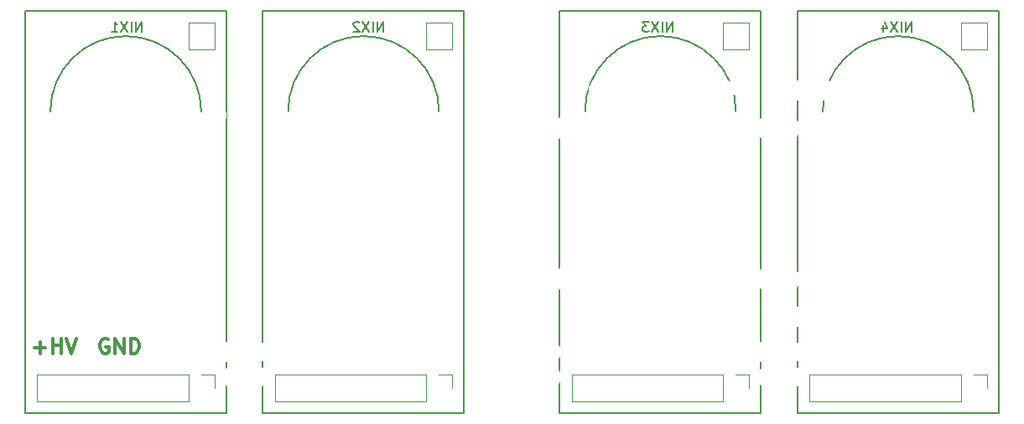
<source format=gbo>
G04 #@! TF.GenerationSoftware,KiCad,Pcbnew,(5.0.2)-1*
G04 #@! TF.CreationDate,2019-01-14T22:25:42+09:00*
G04 #@! TF.ProjectId,Nixie_Module_BaseBoard,4e697869-655f-44d6-9f64-756c655f4261,rev?*
G04 #@! TF.SameCoordinates,Original*
G04 #@! TF.FileFunction,Legend,Bot*
G04 #@! TF.FilePolarity,Positive*
%FSLAX46Y46*%
G04 Gerber Fmt 4.6, Leading zero omitted, Abs format (unit mm)*
G04 Created by KiCad (PCBNEW (5.0.2)-1) date 2019/01/14 22:25:42*
%MOMM*%
%LPD*%
G01*
G04 APERTURE LIST*
%ADD10C,0.300000*%
%ADD11C,0.150000*%
%ADD12C,0.120000*%
%ADD13O,2.100000X2.100000*%
%ADD14R,2.100000X2.100000*%
%ADD15C,2.100000*%
%ADD16C,2.250000*%
%ADD17R,2.127200X2.127200*%
%ADD18C,2.127200*%
%ADD19R,1.900000X1.900000*%
%ADD20C,1.900000*%
%ADD21C,2.000000*%
%ADD22O,2.000000X2.000000*%
G04 APERTURE END LIST*
D10*
X112141142Y-123456000D02*
X111998285Y-123384571D01*
X111784000Y-123384571D01*
X111569714Y-123456000D01*
X111426857Y-123598857D01*
X111355428Y-123741714D01*
X111284000Y-124027428D01*
X111284000Y-124241714D01*
X111355428Y-124527428D01*
X111426857Y-124670285D01*
X111569714Y-124813142D01*
X111784000Y-124884571D01*
X111926857Y-124884571D01*
X112141142Y-124813142D01*
X112212571Y-124741714D01*
X112212571Y-124241714D01*
X111926857Y-124241714D01*
X112855428Y-124884571D02*
X112855428Y-123384571D01*
X113712571Y-124884571D01*
X113712571Y-123384571D01*
X114426857Y-124884571D02*
X114426857Y-123384571D01*
X114784000Y-123384571D01*
X114998285Y-123456000D01*
X115141142Y-123598857D01*
X115212571Y-123741714D01*
X115284000Y-124027428D01*
X115284000Y-124241714D01*
X115212571Y-124527428D01*
X115141142Y-124670285D01*
X114998285Y-124813142D01*
X114784000Y-124884571D01*
X114426857Y-124884571D01*
X104680000Y-124313142D02*
X105822857Y-124313142D01*
X105251428Y-124884571D02*
X105251428Y-123741714D01*
X106537142Y-124884571D02*
X106537142Y-123384571D01*
X106537142Y-124098857D02*
X107394285Y-124098857D01*
X107394285Y-124884571D02*
X107394285Y-123384571D01*
X107894285Y-123384571D02*
X108394285Y-124884571D01*
X108894285Y-123384571D01*
D11*
G04 #@! TO.C,NIX1*
X121539000Y-100457000D02*
G75*
G03X106299000Y-100457000I-7620000J0D01*
G01*
X103759000Y-90297000D02*
X124079000Y-90297000D01*
X103759000Y-130937000D02*
X103759000Y-90297000D01*
X124079000Y-130937000D02*
X103759000Y-130937000D01*
X124079000Y-90297000D02*
X124079000Y-130937000D01*
D12*
X122869000Y-91507000D02*
X122869000Y-94167000D01*
X120269000Y-94167000D02*
X122869000Y-94167000D01*
X120269000Y-91507000D02*
X122869000Y-91507000D01*
X120269000Y-91507000D02*
X120269000Y-94167000D01*
X120269000Y-129727000D02*
X104969000Y-129727000D01*
X104969000Y-129727000D02*
X104969000Y-127067000D01*
X120269000Y-129727000D02*
X120269000Y-127067000D01*
X120269000Y-127067000D02*
X104969000Y-127067000D01*
X122869000Y-127067000D02*
X121539000Y-127067000D01*
X122869000Y-128397000D02*
X122869000Y-127067000D01*
D11*
G04 #@! TO.C,NIX2*
X145542000Y-100457000D02*
G75*
G03X130302000Y-100457000I-7620000J0D01*
G01*
X127762000Y-90297000D02*
X148082000Y-90297000D01*
X127762000Y-130937000D02*
X127762000Y-90297000D01*
X148082000Y-130937000D02*
X127762000Y-130937000D01*
X148082000Y-90297000D02*
X148082000Y-130937000D01*
D12*
X146872000Y-91507000D02*
X146872000Y-94167000D01*
X144272000Y-94167000D02*
X146872000Y-94167000D01*
X144272000Y-91507000D02*
X146872000Y-91507000D01*
X144272000Y-91507000D02*
X144272000Y-94167000D01*
X144272000Y-129727000D02*
X128972000Y-129727000D01*
X128972000Y-129727000D02*
X128972000Y-127067000D01*
X144272000Y-129727000D02*
X144272000Y-127067000D01*
X144272000Y-127067000D02*
X128972000Y-127067000D01*
X146872000Y-127067000D02*
X145542000Y-127067000D01*
X146872000Y-128397000D02*
X146872000Y-127067000D01*
D11*
G04 #@! TO.C,NIX4*
X199517000Y-100457000D02*
G75*
G03X184277000Y-100457000I-7620000J0D01*
G01*
X181737000Y-90297000D02*
X202057000Y-90297000D01*
X181737000Y-130937000D02*
X181737000Y-90297000D01*
X202057000Y-130937000D02*
X181737000Y-130937000D01*
X202057000Y-90297000D02*
X202057000Y-130937000D01*
D12*
X200847000Y-91507000D02*
X200847000Y-94167000D01*
X198247000Y-94167000D02*
X200847000Y-94167000D01*
X198247000Y-91507000D02*
X200847000Y-91507000D01*
X198247000Y-91507000D02*
X198247000Y-94167000D01*
X198247000Y-129727000D02*
X182947000Y-129727000D01*
X182947000Y-129727000D02*
X182947000Y-127067000D01*
X198247000Y-129727000D02*
X198247000Y-127067000D01*
X198247000Y-127067000D02*
X182947000Y-127067000D01*
X200847000Y-127067000D02*
X199517000Y-127067000D01*
X200847000Y-128397000D02*
X200847000Y-127067000D01*
D11*
G04 #@! TO.C,NIX3*
X175514000Y-100457000D02*
G75*
G03X160274000Y-100457000I-7620000J0D01*
G01*
X157734000Y-90297000D02*
X178054000Y-90297000D01*
X157734000Y-130937000D02*
X157734000Y-90297000D01*
X178054000Y-130937000D02*
X157734000Y-130937000D01*
X178054000Y-90297000D02*
X178054000Y-130937000D01*
D12*
X176844000Y-91507000D02*
X176844000Y-94167000D01*
X174244000Y-94167000D02*
X176844000Y-94167000D01*
X174244000Y-91507000D02*
X176844000Y-91507000D01*
X174244000Y-91507000D02*
X174244000Y-94167000D01*
X174244000Y-129727000D02*
X158944000Y-129727000D01*
X158944000Y-129727000D02*
X158944000Y-127067000D01*
X174244000Y-129727000D02*
X174244000Y-127067000D01*
X174244000Y-127067000D02*
X158944000Y-127067000D01*
X176844000Y-127067000D02*
X175514000Y-127067000D01*
X176844000Y-128397000D02*
X176844000Y-127067000D01*
G04 #@! TO.C,NIX1*
D11*
X115522190Y-92400380D02*
X115522190Y-91400380D01*
X114950761Y-92400380D01*
X114950761Y-91400380D01*
X114474571Y-92400380D02*
X114474571Y-91400380D01*
X114093619Y-91400380D02*
X113426952Y-92400380D01*
X113426952Y-91400380D02*
X114093619Y-92400380D01*
X112522190Y-92400380D02*
X113093619Y-92400380D01*
X112807904Y-92400380D02*
X112807904Y-91400380D01*
X112903142Y-91543238D01*
X112998380Y-91638476D01*
X113093619Y-91686095D01*
G04 #@! TO.C,NIX2*
X139906190Y-92400380D02*
X139906190Y-91400380D01*
X139334761Y-92400380D01*
X139334761Y-91400380D01*
X138858571Y-92400380D02*
X138858571Y-91400380D01*
X138477619Y-91400380D02*
X137810952Y-92400380D01*
X137810952Y-91400380D02*
X138477619Y-92400380D01*
X137477619Y-91495619D02*
X137430000Y-91448000D01*
X137334761Y-91400380D01*
X137096666Y-91400380D01*
X137001428Y-91448000D01*
X136953809Y-91495619D01*
X136906190Y-91590857D01*
X136906190Y-91686095D01*
X136953809Y-91828952D01*
X137525238Y-92400380D01*
X136906190Y-92400380D01*
G04 #@! TO.C,NIX4*
X193246190Y-92400380D02*
X193246190Y-91400380D01*
X192674761Y-92400380D01*
X192674761Y-91400380D01*
X192198571Y-92400380D02*
X192198571Y-91400380D01*
X191817619Y-91400380D02*
X191150952Y-92400380D01*
X191150952Y-91400380D02*
X191817619Y-92400380D01*
X190341428Y-91733714D02*
X190341428Y-92400380D01*
X190579523Y-91352761D02*
X190817619Y-92067047D01*
X190198571Y-92067047D01*
G04 #@! TO.C,NIX3*
X169116190Y-92400380D02*
X169116190Y-91400380D01*
X168544761Y-92400380D01*
X168544761Y-91400380D01*
X168068571Y-92400380D02*
X168068571Y-91400380D01*
X167687619Y-91400380D02*
X167020952Y-92400380D01*
X167020952Y-91400380D02*
X167687619Y-92400380D01*
X166735238Y-91400380D02*
X166116190Y-91400380D01*
X166449523Y-91781333D01*
X166306666Y-91781333D01*
X166211428Y-91828952D01*
X166163809Y-91876571D01*
X166116190Y-91971809D01*
X166116190Y-92209904D01*
X166163809Y-92305142D01*
X166211428Y-92352761D01*
X166306666Y-92400380D01*
X166592380Y-92400380D01*
X166687619Y-92352761D01*
X166735238Y-92305142D01*
G04 #@! TD*
%LPC*%
D13*
G04 #@! TO.C,NIX1*
X121539000Y-92837000D03*
D14*
X118999000Y-92837000D03*
D13*
X118999000Y-128397000D03*
X111379000Y-128397000D03*
X106299000Y-128397000D03*
X113919000Y-128397000D03*
X116459000Y-128397000D03*
X108839000Y-128397000D03*
D15*
X121539000Y-128397000D03*
D13*
X108839000Y-92837000D03*
D14*
X106299000Y-92837000D03*
G04 #@! TD*
D13*
G04 #@! TO.C,NIX2*
X145542000Y-92837000D03*
D14*
X143002000Y-92837000D03*
D13*
X143002000Y-128397000D03*
X135382000Y-128397000D03*
X130302000Y-128397000D03*
X137922000Y-128397000D03*
X140462000Y-128397000D03*
X132842000Y-128397000D03*
D15*
X145542000Y-128397000D03*
D13*
X132842000Y-92837000D03*
D14*
X130302000Y-92837000D03*
G04 #@! TD*
D13*
G04 #@! TO.C,NIX4*
X199517000Y-92837000D03*
D14*
X196977000Y-92837000D03*
D13*
X196977000Y-128397000D03*
X189357000Y-128397000D03*
X184277000Y-128397000D03*
X191897000Y-128397000D03*
X194437000Y-128397000D03*
X186817000Y-128397000D03*
D15*
X199517000Y-128397000D03*
D13*
X186817000Y-92837000D03*
D14*
X184277000Y-92837000D03*
G04 #@! TD*
D13*
G04 #@! TO.C,NIX3*
X175514000Y-92837000D03*
D14*
X172974000Y-92837000D03*
D13*
X172974000Y-128397000D03*
X165354000Y-128397000D03*
X160274000Y-128397000D03*
X167894000Y-128397000D03*
X170434000Y-128397000D03*
X162814000Y-128397000D03*
D15*
X175514000Y-128397000D03*
D13*
X162814000Y-92837000D03*
D14*
X160274000Y-92837000D03*
G04 #@! TD*
D13*
G04 #@! TO.C,J1*
X107188000Y-120904000D03*
D14*
X107188000Y-118364000D03*
G04 #@! TD*
D13*
G04 #@! TO.C,J2*
X113284000Y-120904000D03*
D14*
X113284000Y-118364000D03*
G04 #@! TD*
D13*
G04 #@! TO.C,J3*
X127254000Y-127254000D03*
X127254000Y-124714000D03*
X124714000Y-127254000D03*
D14*
X124714000Y-124714000D03*
G04 #@! TD*
D13*
G04 #@! TO.C,J4*
X181229000Y-127254000D03*
X181229000Y-124714000D03*
X178689000Y-127254000D03*
D14*
X178689000Y-124714000D03*
G04 #@! TD*
D13*
G04 #@! TO.C,J5*
X156845000Y-127254000D03*
X156845000Y-124714000D03*
X154305000Y-127254000D03*
X154305000Y-124714000D03*
X151765000Y-127254000D03*
X151765000Y-124714000D03*
X149225000Y-127254000D03*
D14*
X149225000Y-124714000D03*
G04 #@! TD*
G04 #@! TO.C,U1*
X197231000Y-98298000D03*
D13*
X194691000Y-98298000D03*
X192151000Y-98298000D03*
X189611000Y-98298000D03*
X187071000Y-98298000D03*
X184531000Y-98298000D03*
X181991000Y-98298000D03*
X179451000Y-98298000D03*
X176911000Y-98298000D03*
X174371000Y-98298000D03*
X171831000Y-98298000D03*
X169291000Y-98298000D03*
X166751000Y-98298000D03*
X164211000Y-98298000D03*
X161671000Y-98298000D03*
X159131000Y-98298000D03*
X156591000Y-98298000D03*
X154051000Y-98298000D03*
X151511000Y-98298000D03*
D15*
X197231000Y-121158000D03*
D13*
X181991000Y-121158000D03*
X159131000Y-121158000D03*
X164211000Y-121158000D03*
X192151000Y-121158000D03*
X176911000Y-121158000D03*
X184531000Y-121158000D03*
X166751000Y-121158000D03*
X154051000Y-121158000D03*
X151511000Y-121158000D03*
X156591000Y-121158000D03*
X169291000Y-121158000D03*
X187071000Y-121158000D03*
X174371000Y-121158000D03*
X161671000Y-121158000D03*
X171831000Y-121158000D03*
X194691000Y-121158000D03*
X179451000Y-121158000D03*
X189611000Y-121158000D03*
G04 #@! TD*
D16*
G04 #@! TO.C,XA1*
X198755000Y-102108000D03*
X198755000Y-117348000D03*
X158115000Y-102108000D03*
X158115000Y-117348000D03*
D17*
X160655000Y-117348000D03*
D18*
X163195000Y-117348000D03*
X165735000Y-117348000D03*
X168275000Y-117348000D03*
X170815000Y-117348000D03*
X173355000Y-117348000D03*
X175895000Y-117348000D03*
X178435000Y-117348000D03*
X180975000Y-117348000D03*
X183515000Y-117348000D03*
X186055000Y-117348000D03*
X188595000Y-117348000D03*
X191135000Y-117348000D03*
X193675000Y-117348000D03*
X196215000Y-117348000D03*
X196215000Y-102108000D03*
X193675000Y-102108000D03*
X191135000Y-102108000D03*
X188595000Y-102108000D03*
X186055000Y-102108000D03*
X183515000Y-102108000D03*
X180975000Y-102108000D03*
X178435000Y-102108000D03*
X175895000Y-102108000D03*
X173355000Y-102108000D03*
X170815000Y-102108000D03*
X168275000Y-102108000D03*
X165735000Y-102108000D03*
X163195000Y-102108000D03*
X160655000Y-102108000D03*
G04 #@! TD*
D19*
G04 #@! TO.C,Q1*
X120650000Y-103378000D03*
D20*
X125730000Y-103378000D03*
X123190000Y-100838000D03*
G04 #@! TD*
D13*
G04 #@! TO.C,J6*
X143002000Y-99822000D03*
X140462000Y-99822000D03*
X137922000Y-99822000D03*
X135382000Y-99822000D03*
D14*
X132842000Y-99822000D03*
G04 #@! TD*
D21*
G04 #@! TO.C,R1*
X120650000Y-115316000D03*
D22*
X120650000Y-107696000D03*
G04 #@! TD*
G04 #@! TO.C,R2*
X125730000Y-107696000D03*
D21*
X125730000Y-115316000D03*
G04 #@! TD*
M02*

</source>
